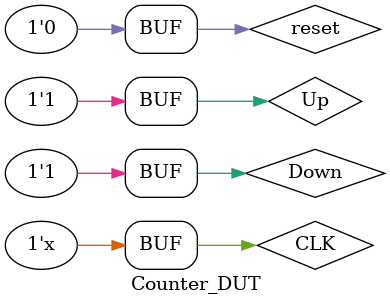
<source format=v>
module Counter ( Up , Down , CLK , reset  , Pcount , Empty_Flag , Full_Flag , Alarm_Flag ) ;
// -------------------------- Inputs Declarations ---------------------------- //
input CLK , reset , Up , Down ;
// ------------------------- Outputs Declarations ---------------------------- //
output  [2:0]Pcount ;
output  Full_Flag , Empty_Flag , Alarm_Flag ; 
// --------------------------- Wire Declarations ----------------------------- // 
wire [2:0]Pcount ;
wire CLK5Hz ;
wire Q_UP , Q_DOWN ;
// Adjusting clock to be suitable for project  
//clock_divider clk ( CLK , reset , CLK5Hz ) ;
// Solving problem of debouncing using flip flop
//FF FF_UP ( CLK5Hz , reset , Up , Q_UP ) ; // Synchronous UP Push button
//FF FF_DOWN (CLK5Hz , reset , Down , Q_DOWN ) ; // Synchronous DOWN Push button
// Adding the Clock after dividing and synchronous UP and DOWN Push buttons to the UpDown counter 
UpDown_Counter_FSM UpDown( CLK , reset , Up , Down ,Pcount , Full_Flag , Empty_Flag , Alarm_Flag ) ;

endmodule
// ----------------------------- End of File --------------------------------- //
// --------------------------------------------------------------------------- //
module Counter_DUT();
  
reg CLK , reset , Up , Down ;
wire  [2:0]Pcount ;
wire  Full_Flag , Empty_Flag , Alarm_Flag ;   
 initial 
   begin
     reset<=1;
     #5 reset<=0;
     CLK<=0;
     Up<=0; Down<=0; #800; 
     Up<=1; Down<=0; #800; 
     Up<=0; Down<=1; #800; 
     Up<=1; Down<=1; #800; 
   end
 always 
  begin
    CLK=~CLK;#50;
  end
   Counter c( Up , Down , CLK , reset , Pcount , Empty_Flag , Full_Flag , Alarm_Flag ) ;

endmodule
</source>
